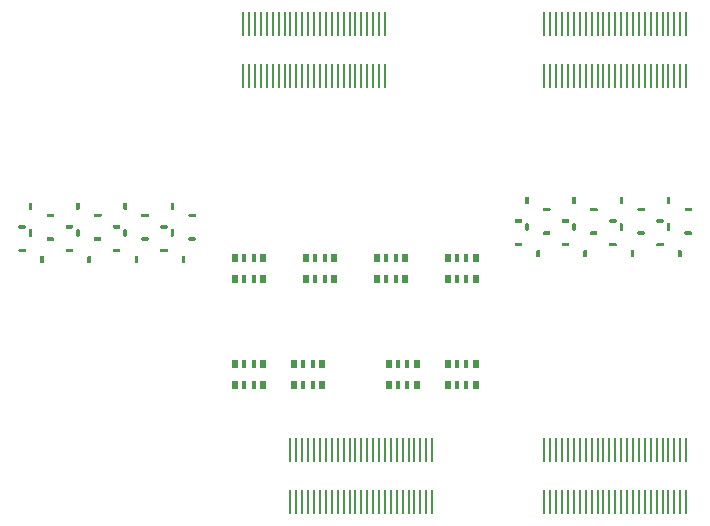
<source format=gbr>
%TF.GenerationSoftware,KiCad,Pcbnew,(5.99.0-2671-gfc0a358ba)*%
%TF.CreationDate,2020-09-04T13:27:30+05:30*%
%TF.ProjectId,Alchitry_IO_Shield,416c6368-6974-4727-995f-494f5f536869,rev?*%
%TF.SameCoordinates,Original*%
%TF.FileFunction,Paste,Bot*%
%TF.FilePolarity,Positive*%
%FSLAX46Y46*%
G04 Gerber Fmt 4.6, Leading zero omitted, Abs format (unit mm)*
G04 Created by KiCad (PCBNEW (5.99.0-2671-gfc0a358ba)) date 2020-09-04 13:27:30*
%MOMM*%
%LPD*%
G01*
G04 APERTURE LIST*
%ADD10R,0.250000X2.000000*%
%ADD11R,0.500000X0.800000*%
%ADD12R,0.400000X0.800000*%
G04 APERTURE END LIST*
D10*
%TO.C,U1*%
X32500000Y-34650001D03*
X33000000Y-34650001D03*
X33500000Y-34650001D03*
X34000000Y-34650001D03*
X34500000Y-34650001D03*
X35000000Y-34650001D03*
X35500000Y-34650001D03*
X36000000Y-34650001D03*
X36500000Y-34650001D03*
X37000000Y-34650001D03*
X37500000Y-34650001D03*
X38000000Y-34650001D03*
X38500000Y-34650001D03*
X39000000Y-34650001D03*
X39500000Y-34650001D03*
X40000000Y-34650001D03*
X40500000Y-34650001D03*
X41000000Y-34650001D03*
X41500000Y-34650001D03*
X42000000Y-34650001D03*
X42500000Y-34650001D03*
X43000000Y-34650001D03*
X43500000Y-34650001D03*
X44000000Y-34650001D03*
X44500000Y-34650001D03*
X44500000Y-30250001D03*
X44000000Y-30250001D03*
X43500000Y-30250001D03*
X43000000Y-30250001D03*
X42500000Y-30250001D03*
X42000000Y-30250001D03*
X41500000Y-30250001D03*
X41000000Y-30250001D03*
X40500000Y-30250001D03*
X40000000Y-30250001D03*
X39500000Y-30250001D03*
X39000000Y-30250001D03*
X38500000Y-30250001D03*
X38000000Y-30250001D03*
X37500000Y-30250001D03*
X37000000Y-30250001D03*
X36500000Y-30250001D03*
X36000000Y-30250001D03*
X35500000Y-30250001D03*
X35000000Y-30250001D03*
X34500000Y-30250001D03*
X34000000Y-30250001D03*
X33500000Y-30250001D03*
X33000000Y-30250001D03*
X32500000Y-30250001D03*
X58000000Y-34650001D03*
X58500000Y-34650001D03*
X59000000Y-34650001D03*
X59500000Y-34650001D03*
X60000000Y-34650001D03*
X60500000Y-34650001D03*
X61000000Y-34650001D03*
X61500000Y-34650001D03*
X62000000Y-34650001D03*
X62500000Y-34650001D03*
X63000000Y-34650001D03*
X63500000Y-34650001D03*
X64000000Y-34650001D03*
X64500000Y-34650001D03*
X65000000Y-34650001D03*
X65500000Y-34650001D03*
X66000000Y-34650001D03*
X66500000Y-34650001D03*
X67000000Y-34650001D03*
X67500000Y-34650001D03*
X68000000Y-34650001D03*
X68500000Y-34650001D03*
X69000000Y-34650001D03*
X69500000Y-34650001D03*
X70000000Y-34650001D03*
X70000000Y-30250001D03*
X69500000Y-30250001D03*
X69000000Y-30250001D03*
X68500000Y-30250001D03*
X68000000Y-30250001D03*
X67500000Y-30250001D03*
X67000000Y-30250001D03*
X66500000Y-30250001D03*
X66000000Y-30250001D03*
X65500000Y-30250001D03*
X65000000Y-30250001D03*
X64500000Y-30250001D03*
X64000000Y-30250001D03*
X63500000Y-30250001D03*
X63000000Y-30250001D03*
X62500000Y-30250001D03*
X62000000Y-30250001D03*
X61500000Y-30250001D03*
X61000000Y-30250001D03*
X60500000Y-30250001D03*
X60000000Y-30250001D03*
X59500000Y-30250001D03*
X59000000Y-30250001D03*
X58500000Y-30250001D03*
X58000000Y-30250001D03*
X36500000Y-70650001D03*
X37000000Y-70650001D03*
X37500000Y-70650001D03*
X38000000Y-70650001D03*
X38500000Y-70650001D03*
X39000000Y-70650001D03*
X39500000Y-70650001D03*
X40000000Y-70650001D03*
X40500000Y-70650001D03*
X41000000Y-70650001D03*
X41500000Y-70650001D03*
X42000000Y-70650001D03*
X42500000Y-70650001D03*
X43000000Y-70650001D03*
X43500000Y-70650001D03*
X44000000Y-70650001D03*
X44500000Y-70650001D03*
X45000000Y-70650001D03*
X45500000Y-70650001D03*
X46000000Y-70650001D03*
X46500000Y-70650001D03*
X47000000Y-70650001D03*
X47500000Y-70650001D03*
X48000000Y-70650001D03*
X48500000Y-70650001D03*
X48500000Y-66250001D03*
X48000000Y-66250001D03*
X47500000Y-66250001D03*
X47000000Y-66250001D03*
X46500000Y-66250001D03*
X46000000Y-66250001D03*
X45500000Y-66250001D03*
X45000000Y-66250001D03*
X44500000Y-66250001D03*
X44000000Y-66250001D03*
X43500000Y-66250001D03*
X43000000Y-66250001D03*
X42500000Y-66250001D03*
X42000000Y-66250001D03*
X41500000Y-66250001D03*
X41000000Y-66250001D03*
X40500000Y-66250001D03*
X40000000Y-66250001D03*
X39500000Y-66250001D03*
X39000000Y-66250001D03*
X38500000Y-66250001D03*
X38000000Y-66250001D03*
X37500000Y-66250001D03*
X37000000Y-66250001D03*
X36500000Y-66250001D03*
X58000000Y-70650001D03*
X58500000Y-70650001D03*
X59000000Y-70650001D03*
X59500000Y-70650001D03*
X60000000Y-70650001D03*
X60500000Y-70650001D03*
X61000000Y-70650001D03*
X61500000Y-70650001D03*
X62000000Y-70650001D03*
X62500000Y-70650001D03*
X63000000Y-70650001D03*
X63500000Y-70650001D03*
X64000000Y-70650001D03*
X64500000Y-70650001D03*
X65000000Y-70650001D03*
X65500000Y-70650001D03*
X66000000Y-70650001D03*
X66500000Y-70650001D03*
X67000000Y-70650001D03*
X67500000Y-70650001D03*
X68000000Y-70650001D03*
X68500000Y-70650001D03*
X69000000Y-70650001D03*
X69500000Y-70650001D03*
X70000000Y-70650001D03*
X70000000Y-66250001D03*
X69500000Y-66250001D03*
X69000000Y-66250001D03*
X68500000Y-66250001D03*
X68000000Y-66250001D03*
X67500000Y-66250001D03*
X67000000Y-66250001D03*
X66500000Y-66250001D03*
X66000000Y-66250001D03*
X65500000Y-66250001D03*
X65000000Y-66250001D03*
X64500000Y-66250001D03*
X64000000Y-66250001D03*
X63500000Y-66250001D03*
X63000000Y-66250001D03*
X62500000Y-66250001D03*
X62000000Y-66250001D03*
X61500000Y-66250001D03*
X61000000Y-66250001D03*
X60500000Y-66250001D03*
X60000000Y-66250001D03*
X59500000Y-66250001D03*
X59000000Y-66250001D03*
X58500000Y-66250001D03*
X58000000Y-66250001D03*
%TD*%
%TO.C,U5*%
G36*
G01*
X24430000Y-46565000D02*
X23940000Y-46565000D01*
G75*
G02*
X23865000Y-46490000I0J75000D01*
G01*
X23865000Y-46340000D01*
G75*
G02*
X23940000Y-46265000I75000J0D01*
G01*
X24430000Y-46265000D01*
G75*
G02*
X24505000Y-46340000I0J-75000D01*
G01*
X24505000Y-46490000D01*
G75*
G02*
X24430000Y-46565000I-75000J0D01*
G01*
G37*
G36*
G01*
X24410000Y-48565000D02*
X23920000Y-48565000D01*
G75*
G02*
X23845000Y-48490000I0J75000D01*
G01*
X23845000Y-48340000D01*
G75*
G02*
X23920000Y-48265000I75000J0D01*
G01*
X24410000Y-48265000D01*
G75*
G02*
X24485000Y-48340000I0J-75000D01*
G01*
X24485000Y-48490000D01*
G75*
G02*
X24410000Y-48565000I-75000J0D01*
G01*
G37*
G36*
G01*
X23305000Y-50395000D02*
X23305000Y-49905000D01*
G75*
G02*
X23380000Y-49830000I75000J0D01*
G01*
X23530000Y-49830000D01*
G75*
G02*
X23605000Y-49905000I0J-75000D01*
G01*
X23605000Y-50395000D01*
G75*
G02*
X23530000Y-50470000I-75000J0D01*
G01*
X23380000Y-50470000D01*
G75*
G02*
X23305000Y-50395000I0J75000D01*
G01*
G37*
G36*
G01*
X22030000Y-49535000D02*
X21540000Y-49535000D01*
G75*
G02*
X21465000Y-49460000I0J75000D01*
G01*
X21465000Y-49310000D01*
G75*
G02*
X21540000Y-49235000I75000J0D01*
G01*
X22030000Y-49235000D01*
G75*
G02*
X22105000Y-49310000I0J-75000D01*
G01*
X22105000Y-49460000D01*
G75*
G02*
X22030000Y-49535000I-75000J0D01*
G01*
G37*
G36*
G01*
X22030000Y-47535000D02*
X21540000Y-47535000D01*
G75*
G02*
X21465000Y-47460000I0J75000D01*
G01*
X21465000Y-47310000D01*
G75*
G02*
X21540000Y-47235000I75000J0D01*
G01*
X22030000Y-47235000D01*
G75*
G02*
X22105000Y-47310000I0J-75000D01*
G01*
X22105000Y-47460000D01*
G75*
G02*
X22030000Y-47535000I-75000J0D01*
G01*
G37*
G36*
G01*
X22350000Y-45895000D02*
X22350000Y-45405000D01*
G75*
G02*
X22425000Y-45330000I75000J0D01*
G01*
X22575000Y-45330000D01*
G75*
G02*
X22650000Y-45405000I0J-75000D01*
G01*
X22650000Y-45895000D01*
G75*
G02*
X22575000Y-45970000I-75000J0D01*
G01*
X22425000Y-45970000D01*
G75*
G02*
X22350000Y-45895000I0J75000D01*
G01*
G37*
G36*
G01*
X22350000Y-48145000D02*
X22350000Y-47655000D01*
G75*
G02*
X22425000Y-47580000I75000J0D01*
G01*
X22575000Y-47580000D01*
G75*
G02*
X22650000Y-47655000I0J-75000D01*
G01*
X22650000Y-48145000D01*
G75*
G02*
X22575000Y-48220000I-75000J0D01*
G01*
X22425000Y-48220000D01*
G75*
G02*
X22350000Y-48145000I0J75000D01*
G01*
G37*
%TD*%
%TO.C,U6*%
G36*
G01*
X28430000Y-46565000D02*
X27940000Y-46565000D01*
G75*
G02*
X27865000Y-46490000I0J75000D01*
G01*
X27865000Y-46340000D01*
G75*
G02*
X27940000Y-46265000I75000J0D01*
G01*
X28430000Y-46265000D01*
G75*
G02*
X28505000Y-46340000I0J-75000D01*
G01*
X28505000Y-46490000D01*
G75*
G02*
X28430000Y-46565000I-75000J0D01*
G01*
G37*
G36*
G01*
X28410000Y-48565000D02*
X27920000Y-48565000D01*
G75*
G02*
X27845000Y-48490000I0J75000D01*
G01*
X27845000Y-48340000D01*
G75*
G02*
X27920000Y-48265000I75000J0D01*
G01*
X28410000Y-48265000D01*
G75*
G02*
X28485000Y-48340000I0J-75000D01*
G01*
X28485000Y-48490000D01*
G75*
G02*
X28410000Y-48565000I-75000J0D01*
G01*
G37*
G36*
G01*
X27305000Y-50395000D02*
X27305000Y-49905000D01*
G75*
G02*
X27380000Y-49830000I75000J0D01*
G01*
X27530000Y-49830000D01*
G75*
G02*
X27605000Y-49905000I0J-75000D01*
G01*
X27605000Y-50395000D01*
G75*
G02*
X27530000Y-50470000I-75000J0D01*
G01*
X27380000Y-50470000D01*
G75*
G02*
X27305000Y-50395000I0J75000D01*
G01*
G37*
G36*
G01*
X26030000Y-49535000D02*
X25540000Y-49535000D01*
G75*
G02*
X25465000Y-49460000I0J75000D01*
G01*
X25465000Y-49310000D01*
G75*
G02*
X25540000Y-49235000I75000J0D01*
G01*
X26030000Y-49235000D01*
G75*
G02*
X26105000Y-49310000I0J-75000D01*
G01*
X26105000Y-49460000D01*
G75*
G02*
X26030000Y-49535000I-75000J0D01*
G01*
G37*
G36*
G01*
X26030000Y-47535000D02*
X25540000Y-47535000D01*
G75*
G02*
X25465000Y-47460000I0J75000D01*
G01*
X25465000Y-47310000D01*
G75*
G02*
X25540000Y-47235000I75000J0D01*
G01*
X26030000Y-47235000D01*
G75*
G02*
X26105000Y-47310000I0J-75000D01*
G01*
X26105000Y-47460000D01*
G75*
G02*
X26030000Y-47535000I-75000J0D01*
G01*
G37*
G36*
G01*
X26350000Y-45895000D02*
X26350000Y-45405000D01*
G75*
G02*
X26425000Y-45330000I75000J0D01*
G01*
X26575000Y-45330000D01*
G75*
G02*
X26650000Y-45405000I0J-75000D01*
G01*
X26650000Y-45895000D01*
G75*
G02*
X26575000Y-45970000I-75000J0D01*
G01*
X26425000Y-45970000D01*
G75*
G02*
X26350000Y-45895000I0J75000D01*
G01*
G37*
G36*
G01*
X26350000Y-48145000D02*
X26350000Y-47655000D01*
G75*
G02*
X26425000Y-47580000I75000J0D01*
G01*
X26575000Y-47580000D01*
G75*
G02*
X26650000Y-47655000I0J-75000D01*
G01*
X26650000Y-48145000D01*
G75*
G02*
X26575000Y-48220000I-75000J0D01*
G01*
X26425000Y-48220000D01*
G75*
G02*
X26350000Y-48145000I0J75000D01*
G01*
G37*
%TD*%
%TO.C,U3*%
G36*
G01*
X16430000Y-46565000D02*
X15940000Y-46565000D01*
G75*
G02*
X15865000Y-46490000I0J75000D01*
G01*
X15865000Y-46340000D01*
G75*
G02*
X15940000Y-46265000I75000J0D01*
G01*
X16430000Y-46265000D01*
G75*
G02*
X16505000Y-46340000I0J-75000D01*
G01*
X16505000Y-46490000D01*
G75*
G02*
X16430000Y-46565000I-75000J0D01*
G01*
G37*
G36*
G01*
X16410000Y-48565000D02*
X15920000Y-48565000D01*
G75*
G02*
X15845000Y-48490000I0J75000D01*
G01*
X15845000Y-48340000D01*
G75*
G02*
X15920000Y-48265000I75000J0D01*
G01*
X16410000Y-48265000D01*
G75*
G02*
X16485000Y-48340000I0J-75000D01*
G01*
X16485000Y-48490000D01*
G75*
G02*
X16410000Y-48565000I-75000J0D01*
G01*
G37*
G36*
G01*
X15305000Y-50395000D02*
X15305000Y-49905000D01*
G75*
G02*
X15380000Y-49830000I75000J0D01*
G01*
X15530000Y-49830000D01*
G75*
G02*
X15605000Y-49905000I0J-75000D01*
G01*
X15605000Y-50395000D01*
G75*
G02*
X15530000Y-50470000I-75000J0D01*
G01*
X15380000Y-50470000D01*
G75*
G02*
X15305000Y-50395000I0J75000D01*
G01*
G37*
G36*
G01*
X14030000Y-49535000D02*
X13540000Y-49535000D01*
G75*
G02*
X13465000Y-49460000I0J75000D01*
G01*
X13465000Y-49310000D01*
G75*
G02*
X13540000Y-49235000I75000J0D01*
G01*
X14030000Y-49235000D01*
G75*
G02*
X14105000Y-49310000I0J-75000D01*
G01*
X14105000Y-49460000D01*
G75*
G02*
X14030000Y-49535000I-75000J0D01*
G01*
G37*
G36*
G01*
X14030000Y-47535000D02*
X13540000Y-47535000D01*
G75*
G02*
X13465000Y-47460000I0J75000D01*
G01*
X13465000Y-47310000D01*
G75*
G02*
X13540000Y-47235000I75000J0D01*
G01*
X14030000Y-47235000D01*
G75*
G02*
X14105000Y-47310000I0J-75000D01*
G01*
X14105000Y-47460000D01*
G75*
G02*
X14030000Y-47535000I-75000J0D01*
G01*
G37*
G36*
G01*
X14350000Y-45895000D02*
X14350000Y-45405000D01*
G75*
G02*
X14425000Y-45330000I75000J0D01*
G01*
X14575000Y-45330000D01*
G75*
G02*
X14650000Y-45405000I0J-75000D01*
G01*
X14650000Y-45895000D01*
G75*
G02*
X14575000Y-45970000I-75000J0D01*
G01*
X14425000Y-45970000D01*
G75*
G02*
X14350000Y-45895000I0J75000D01*
G01*
G37*
G36*
G01*
X14350000Y-48145000D02*
X14350000Y-47655000D01*
G75*
G02*
X14425000Y-47580000I75000J0D01*
G01*
X14575000Y-47580000D01*
G75*
G02*
X14650000Y-47655000I0J-75000D01*
G01*
X14650000Y-48145000D01*
G75*
G02*
X14575000Y-48220000I-75000J0D01*
G01*
X14425000Y-48220000D01*
G75*
G02*
X14350000Y-48145000I0J75000D01*
G01*
G37*
%TD*%
%TO.C,U4*%
G36*
G01*
X20430000Y-46565000D02*
X19940000Y-46565000D01*
G75*
G02*
X19865000Y-46490000I0J75000D01*
G01*
X19865000Y-46340000D01*
G75*
G02*
X19940000Y-46265000I75000J0D01*
G01*
X20430000Y-46265000D01*
G75*
G02*
X20505000Y-46340000I0J-75000D01*
G01*
X20505000Y-46490000D01*
G75*
G02*
X20430000Y-46565000I-75000J0D01*
G01*
G37*
G36*
G01*
X20410000Y-48565000D02*
X19920000Y-48565000D01*
G75*
G02*
X19845000Y-48490000I0J75000D01*
G01*
X19845000Y-48340000D01*
G75*
G02*
X19920000Y-48265000I75000J0D01*
G01*
X20410000Y-48265000D01*
G75*
G02*
X20485000Y-48340000I0J-75000D01*
G01*
X20485000Y-48490000D01*
G75*
G02*
X20410000Y-48565000I-75000J0D01*
G01*
G37*
G36*
G01*
X19305000Y-50395000D02*
X19305000Y-49905000D01*
G75*
G02*
X19380000Y-49830000I75000J0D01*
G01*
X19530000Y-49830000D01*
G75*
G02*
X19605000Y-49905000I0J-75000D01*
G01*
X19605000Y-50395000D01*
G75*
G02*
X19530000Y-50470000I-75000J0D01*
G01*
X19380000Y-50470000D01*
G75*
G02*
X19305000Y-50395000I0J75000D01*
G01*
G37*
G36*
G01*
X18030000Y-49535000D02*
X17540000Y-49535000D01*
G75*
G02*
X17465000Y-49460000I0J75000D01*
G01*
X17465000Y-49310000D01*
G75*
G02*
X17540000Y-49235000I75000J0D01*
G01*
X18030000Y-49235000D01*
G75*
G02*
X18105000Y-49310000I0J-75000D01*
G01*
X18105000Y-49460000D01*
G75*
G02*
X18030000Y-49535000I-75000J0D01*
G01*
G37*
G36*
G01*
X18030000Y-47535000D02*
X17540000Y-47535000D01*
G75*
G02*
X17465000Y-47460000I0J75000D01*
G01*
X17465000Y-47310000D01*
G75*
G02*
X17540000Y-47235000I75000J0D01*
G01*
X18030000Y-47235000D01*
G75*
G02*
X18105000Y-47310000I0J-75000D01*
G01*
X18105000Y-47460000D01*
G75*
G02*
X18030000Y-47535000I-75000J0D01*
G01*
G37*
G36*
G01*
X18350000Y-45895000D02*
X18350000Y-45405000D01*
G75*
G02*
X18425000Y-45330000I75000J0D01*
G01*
X18575000Y-45330000D01*
G75*
G02*
X18650000Y-45405000I0J-75000D01*
G01*
X18650000Y-45895000D01*
G75*
G02*
X18575000Y-45970000I-75000J0D01*
G01*
X18425000Y-45970000D01*
G75*
G02*
X18350000Y-45895000I0J75000D01*
G01*
G37*
G36*
G01*
X18350000Y-48145000D02*
X18350000Y-47655000D01*
G75*
G02*
X18425000Y-47580000I75000J0D01*
G01*
X18575000Y-47580000D01*
G75*
G02*
X18650000Y-47655000I0J-75000D01*
G01*
X18650000Y-48145000D01*
G75*
G02*
X18575000Y-48220000I-75000J0D01*
G01*
X18425000Y-48220000D01*
G75*
G02*
X18350000Y-48145000I0J75000D01*
G01*
G37*
%TD*%
%TO.C,U10*%
G36*
G01*
X70445000Y-46065000D02*
X69955000Y-46065000D01*
G75*
G02*
X69880000Y-45990000I0J75000D01*
G01*
X69880000Y-45840000D01*
G75*
G02*
X69955000Y-45765000I75000J0D01*
G01*
X70445000Y-45765000D01*
G75*
G02*
X70520000Y-45840000I0J-75000D01*
G01*
X70520000Y-45990000D01*
G75*
G02*
X70445000Y-46065000I-75000J0D01*
G01*
G37*
G36*
G01*
X70425000Y-48065000D02*
X69935000Y-48065000D01*
G75*
G02*
X69860000Y-47990000I0J75000D01*
G01*
X69860000Y-47840000D01*
G75*
G02*
X69935000Y-47765000I75000J0D01*
G01*
X70425000Y-47765000D01*
G75*
G02*
X70500000Y-47840000I0J-75000D01*
G01*
X70500000Y-47990000D01*
G75*
G02*
X70425000Y-48065000I-75000J0D01*
G01*
G37*
G36*
G01*
X69320000Y-49895000D02*
X69320000Y-49405000D01*
G75*
G02*
X69395000Y-49330000I75000J0D01*
G01*
X69545000Y-49330000D01*
G75*
G02*
X69620000Y-49405000I0J-75000D01*
G01*
X69620000Y-49895000D01*
G75*
G02*
X69545000Y-49970000I-75000J0D01*
G01*
X69395000Y-49970000D01*
G75*
G02*
X69320000Y-49895000I0J75000D01*
G01*
G37*
G36*
G01*
X68045000Y-49035000D02*
X67555000Y-49035000D01*
G75*
G02*
X67480000Y-48960000I0J75000D01*
G01*
X67480000Y-48810000D01*
G75*
G02*
X67555000Y-48735000I75000J0D01*
G01*
X68045000Y-48735000D01*
G75*
G02*
X68120000Y-48810000I0J-75000D01*
G01*
X68120000Y-48960000D01*
G75*
G02*
X68045000Y-49035000I-75000J0D01*
G01*
G37*
G36*
G01*
X68045000Y-47035000D02*
X67555000Y-47035000D01*
G75*
G02*
X67480000Y-46960000I0J75000D01*
G01*
X67480000Y-46810000D01*
G75*
G02*
X67555000Y-46735000I75000J0D01*
G01*
X68045000Y-46735000D01*
G75*
G02*
X68120000Y-46810000I0J-75000D01*
G01*
X68120000Y-46960000D01*
G75*
G02*
X68045000Y-47035000I-75000J0D01*
G01*
G37*
G36*
G01*
X68365000Y-45395000D02*
X68365000Y-44905000D01*
G75*
G02*
X68440000Y-44830000I75000J0D01*
G01*
X68590000Y-44830000D01*
G75*
G02*
X68665000Y-44905000I0J-75000D01*
G01*
X68665000Y-45395000D01*
G75*
G02*
X68590000Y-45470000I-75000J0D01*
G01*
X68440000Y-45470000D01*
G75*
G02*
X68365000Y-45395000I0J75000D01*
G01*
G37*
G36*
G01*
X68365000Y-47645000D02*
X68365000Y-47155000D01*
G75*
G02*
X68440000Y-47080000I75000J0D01*
G01*
X68590000Y-47080000D01*
G75*
G02*
X68665000Y-47155000I0J-75000D01*
G01*
X68665000Y-47645000D01*
G75*
G02*
X68590000Y-47720000I-75000J0D01*
G01*
X68440000Y-47720000D01*
G75*
G02*
X68365000Y-47645000I0J75000D01*
G01*
G37*
%TD*%
%TO.C,U7*%
G36*
G01*
X58445000Y-46065000D02*
X57955000Y-46065000D01*
G75*
G02*
X57880000Y-45990000I0J75000D01*
G01*
X57880000Y-45840000D01*
G75*
G02*
X57955000Y-45765000I75000J0D01*
G01*
X58445000Y-45765000D01*
G75*
G02*
X58520000Y-45840000I0J-75000D01*
G01*
X58520000Y-45990000D01*
G75*
G02*
X58445000Y-46065000I-75000J0D01*
G01*
G37*
G36*
G01*
X58425000Y-48065000D02*
X57935000Y-48065000D01*
G75*
G02*
X57860000Y-47990000I0J75000D01*
G01*
X57860000Y-47840000D01*
G75*
G02*
X57935000Y-47765000I75000J0D01*
G01*
X58425000Y-47765000D01*
G75*
G02*
X58500000Y-47840000I0J-75000D01*
G01*
X58500000Y-47990000D01*
G75*
G02*
X58425000Y-48065000I-75000J0D01*
G01*
G37*
G36*
G01*
X57320000Y-49895000D02*
X57320000Y-49405000D01*
G75*
G02*
X57395000Y-49330000I75000J0D01*
G01*
X57545000Y-49330000D01*
G75*
G02*
X57620000Y-49405000I0J-75000D01*
G01*
X57620000Y-49895000D01*
G75*
G02*
X57545000Y-49970000I-75000J0D01*
G01*
X57395000Y-49970000D01*
G75*
G02*
X57320000Y-49895000I0J75000D01*
G01*
G37*
G36*
G01*
X56045000Y-49035000D02*
X55555000Y-49035000D01*
G75*
G02*
X55480000Y-48960000I0J75000D01*
G01*
X55480000Y-48810000D01*
G75*
G02*
X55555000Y-48735000I75000J0D01*
G01*
X56045000Y-48735000D01*
G75*
G02*
X56120000Y-48810000I0J-75000D01*
G01*
X56120000Y-48960000D01*
G75*
G02*
X56045000Y-49035000I-75000J0D01*
G01*
G37*
G36*
G01*
X56045000Y-47035000D02*
X55555000Y-47035000D01*
G75*
G02*
X55480000Y-46960000I0J75000D01*
G01*
X55480000Y-46810000D01*
G75*
G02*
X55555000Y-46735000I75000J0D01*
G01*
X56045000Y-46735000D01*
G75*
G02*
X56120000Y-46810000I0J-75000D01*
G01*
X56120000Y-46960000D01*
G75*
G02*
X56045000Y-47035000I-75000J0D01*
G01*
G37*
G36*
G01*
X56365000Y-45395000D02*
X56365000Y-44905000D01*
G75*
G02*
X56440000Y-44830000I75000J0D01*
G01*
X56590000Y-44830000D01*
G75*
G02*
X56665000Y-44905000I0J-75000D01*
G01*
X56665000Y-45395000D01*
G75*
G02*
X56590000Y-45470000I-75000J0D01*
G01*
X56440000Y-45470000D01*
G75*
G02*
X56365000Y-45395000I0J75000D01*
G01*
G37*
G36*
G01*
X56365000Y-47645000D02*
X56365000Y-47155000D01*
G75*
G02*
X56440000Y-47080000I75000J0D01*
G01*
X56590000Y-47080000D01*
G75*
G02*
X56665000Y-47155000I0J-75000D01*
G01*
X56665000Y-47645000D01*
G75*
G02*
X56590000Y-47720000I-75000J0D01*
G01*
X56440000Y-47720000D01*
G75*
G02*
X56365000Y-47645000I0J75000D01*
G01*
G37*
%TD*%
%TO.C,U8*%
G36*
G01*
X62430000Y-46065000D02*
X61940000Y-46065000D01*
G75*
G02*
X61865000Y-45990000I0J75000D01*
G01*
X61865000Y-45840000D01*
G75*
G02*
X61940000Y-45765000I75000J0D01*
G01*
X62430000Y-45765000D01*
G75*
G02*
X62505000Y-45840000I0J-75000D01*
G01*
X62505000Y-45990000D01*
G75*
G02*
X62430000Y-46065000I-75000J0D01*
G01*
G37*
G36*
G01*
X62410000Y-48065000D02*
X61920000Y-48065000D01*
G75*
G02*
X61845000Y-47990000I0J75000D01*
G01*
X61845000Y-47840000D01*
G75*
G02*
X61920000Y-47765000I75000J0D01*
G01*
X62410000Y-47765000D01*
G75*
G02*
X62485000Y-47840000I0J-75000D01*
G01*
X62485000Y-47990000D01*
G75*
G02*
X62410000Y-48065000I-75000J0D01*
G01*
G37*
G36*
G01*
X61305000Y-49895000D02*
X61305000Y-49405000D01*
G75*
G02*
X61380000Y-49330000I75000J0D01*
G01*
X61530000Y-49330000D01*
G75*
G02*
X61605000Y-49405000I0J-75000D01*
G01*
X61605000Y-49895000D01*
G75*
G02*
X61530000Y-49970000I-75000J0D01*
G01*
X61380000Y-49970000D01*
G75*
G02*
X61305000Y-49895000I0J75000D01*
G01*
G37*
G36*
G01*
X60030000Y-49035000D02*
X59540000Y-49035000D01*
G75*
G02*
X59465000Y-48960000I0J75000D01*
G01*
X59465000Y-48810000D01*
G75*
G02*
X59540000Y-48735000I75000J0D01*
G01*
X60030000Y-48735000D01*
G75*
G02*
X60105000Y-48810000I0J-75000D01*
G01*
X60105000Y-48960000D01*
G75*
G02*
X60030000Y-49035000I-75000J0D01*
G01*
G37*
G36*
G01*
X60030000Y-47035000D02*
X59540000Y-47035000D01*
G75*
G02*
X59465000Y-46960000I0J75000D01*
G01*
X59465000Y-46810000D01*
G75*
G02*
X59540000Y-46735000I75000J0D01*
G01*
X60030000Y-46735000D01*
G75*
G02*
X60105000Y-46810000I0J-75000D01*
G01*
X60105000Y-46960000D01*
G75*
G02*
X60030000Y-47035000I-75000J0D01*
G01*
G37*
G36*
G01*
X60350000Y-45395000D02*
X60350000Y-44905000D01*
G75*
G02*
X60425000Y-44830000I75000J0D01*
G01*
X60575000Y-44830000D01*
G75*
G02*
X60650000Y-44905000I0J-75000D01*
G01*
X60650000Y-45395000D01*
G75*
G02*
X60575000Y-45470000I-75000J0D01*
G01*
X60425000Y-45470000D01*
G75*
G02*
X60350000Y-45395000I0J75000D01*
G01*
G37*
G36*
G01*
X60350000Y-47645000D02*
X60350000Y-47155000D01*
G75*
G02*
X60425000Y-47080000I75000J0D01*
G01*
X60575000Y-47080000D01*
G75*
G02*
X60650000Y-47155000I0J-75000D01*
G01*
X60650000Y-47645000D01*
G75*
G02*
X60575000Y-47720000I-75000J0D01*
G01*
X60425000Y-47720000D01*
G75*
G02*
X60350000Y-47645000I0J75000D01*
G01*
G37*
%TD*%
%TO.C,U9*%
G36*
G01*
X66445000Y-46065000D02*
X65955000Y-46065000D01*
G75*
G02*
X65880000Y-45990000I0J75000D01*
G01*
X65880000Y-45840000D01*
G75*
G02*
X65955000Y-45765000I75000J0D01*
G01*
X66445000Y-45765000D01*
G75*
G02*
X66520000Y-45840000I0J-75000D01*
G01*
X66520000Y-45990000D01*
G75*
G02*
X66445000Y-46065000I-75000J0D01*
G01*
G37*
G36*
G01*
X66425000Y-48065000D02*
X65935000Y-48065000D01*
G75*
G02*
X65860000Y-47990000I0J75000D01*
G01*
X65860000Y-47840000D01*
G75*
G02*
X65935000Y-47765000I75000J0D01*
G01*
X66425000Y-47765000D01*
G75*
G02*
X66500000Y-47840000I0J-75000D01*
G01*
X66500000Y-47990000D01*
G75*
G02*
X66425000Y-48065000I-75000J0D01*
G01*
G37*
G36*
G01*
X65320000Y-49895000D02*
X65320000Y-49405000D01*
G75*
G02*
X65395000Y-49330000I75000J0D01*
G01*
X65545000Y-49330000D01*
G75*
G02*
X65620000Y-49405000I0J-75000D01*
G01*
X65620000Y-49895000D01*
G75*
G02*
X65545000Y-49970000I-75000J0D01*
G01*
X65395000Y-49970000D01*
G75*
G02*
X65320000Y-49895000I0J75000D01*
G01*
G37*
G36*
G01*
X64045000Y-49035000D02*
X63555000Y-49035000D01*
G75*
G02*
X63480000Y-48960000I0J75000D01*
G01*
X63480000Y-48810000D01*
G75*
G02*
X63555000Y-48735000I75000J0D01*
G01*
X64045000Y-48735000D01*
G75*
G02*
X64120000Y-48810000I0J-75000D01*
G01*
X64120000Y-48960000D01*
G75*
G02*
X64045000Y-49035000I-75000J0D01*
G01*
G37*
G36*
G01*
X64045000Y-47035000D02*
X63555000Y-47035000D01*
G75*
G02*
X63480000Y-46960000I0J75000D01*
G01*
X63480000Y-46810000D01*
G75*
G02*
X63555000Y-46735000I75000J0D01*
G01*
X64045000Y-46735000D01*
G75*
G02*
X64120000Y-46810000I0J-75000D01*
G01*
X64120000Y-46960000D01*
G75*
G02*
X64045000Y-47035000I-75000J0D01*
G01*
G37*
G36*
G01*
X64365000Y-45395000D02*
X64365000Y-44905000D01*
G75*
G02*
X64440000Y-44830000I75000J0D01*
G01*
X64590000Y-44830000D01*
G75*
G02*
X64665000Y-44905000I0J-75000D01*
G01*
X64665000Y-45395000D01*
G75*
G02*
X64590000Y-45470000I-75000J0D01*
G01*
X64440000Y-45470000D01*
G75*
G02*
X64365000Y-45395000I0J75000D01*
G01*
G37*
G36*
G01*
X64365000Y-47645000D02*
X64365000Y-47155000D01*
G75*
G02*
X64440000Y-47080000I75000J0D01*
G01*
X64590000Y-47080000D01*
G75*
G02*
X64665000Y-47155000I0J-75000D01*
G01*
X64665000Y-47645000D01*
G75*
G02*
X64590000Y-47720000I-75000J0D01*
G01*
X64440000Y-47720000D01*
G75*
G02*
X64365000Y-47645000I0J75000D01*
G01*
G37*
%TD*%
D11*
%TO.C,RN5*%
X52200000Y-51800000D03*
D12*
X51400000Y-51800000D03*
X50600000Y-51800000D03*
D11*
X49800000Y-51800000D03*
X49800000Y-50000000D03*
D12*
X50600000Y-50000000D03*
X51400000Y-50000000D03*
D11*
X52200000Y-50000000D03*
%TD*%
%TO.C,RN15*%
X34200000Y-51800000D03*
D12*
X33400000Y-51800000D03*
X32600000Y-51800000D03*
D11*
X31800000Y-51800000D03*
X31800000Y-50000000D03*
D12*
X32600000Y-50000000D03*
X33400000Y-50000000D03*
D11*
X34200000Y-50000000D03*
%TD*%
%TO.C,RN14*%
X31800000Y-59000000D03*
D12*
X32600000Y-59000000D03*
X33400000Y-59000000D03*
D11*
X34200000Y-59000000D03*
X34200000Y-60800000D03*
D12*
X33400000Y-60800000D03*
X32600000Y-60800000D03*
D11*
X31800000Y-60800000D03*
%TD*%
%TO.C,RN4*%
X36800000Y-59000000D03*
D12*
X37600000Y-59000000D03*
X38400000Y-59000000D03*
D11*
X39200000Y-59000000D03*
X39200000Y-60800000D03*
D12*
X38400000Y-60800000D03*
X37600000Y-60800000D03*
D11*
X36800000Y-60800000D03*
%TD*%
%TO.C,RN12*%
X40200000Y-51800000D03*
D12*
X39400000Y-51800000D03*
X38600000Y-51800000D03*
D11*
X37800000Y-51800000D03*
X37800000Y-50000000D03*
D12*
X38600000Y-50000000D03*
X39400000Y-50000000D03*
D11*
X40200000Y-50000000D03*
%TD*%
%TO.C,RN16*%
X49800000Y-59000000D03*
D12*
X50600000Y-59000000D03*
X51400000Y-59000000D03*
D11*
X52200000Y-59000000D03*
X52200000Y-60800000D03*
D12*
X51400000Y-60800000D03*
X50600000Y-60800000D03*
D11*
X49800000Y-60800000D03*
%TD*%
%TO.C,RN9*%
X46200000Y-51800000D03*
D12*
X45400000Y-51800000D03*
X44600000Y-51800000D03*
D11*
X43800000Y-51800000D03*
X43800000Y-50000000D03*
D12*
X44600000Y-50000000D03*
X45400000Y-50000000D03*
D11*
X46200000Y-50000000D03*
%TD*%
%TO.C,RN19*%
X44800000Y-59000000D03*
D12*
X45600000Y-59000000D03*
X46400000Y-59000000D03*
D11*
X47200000Y-59000000D03*
X47200000Y-60800000D03*
D12*
X46400000Y-60800000D03*
X45600000Y-60800000D03*
D11*
X44800000Y-60800000D03*
%TD*%
M02*

</source>
